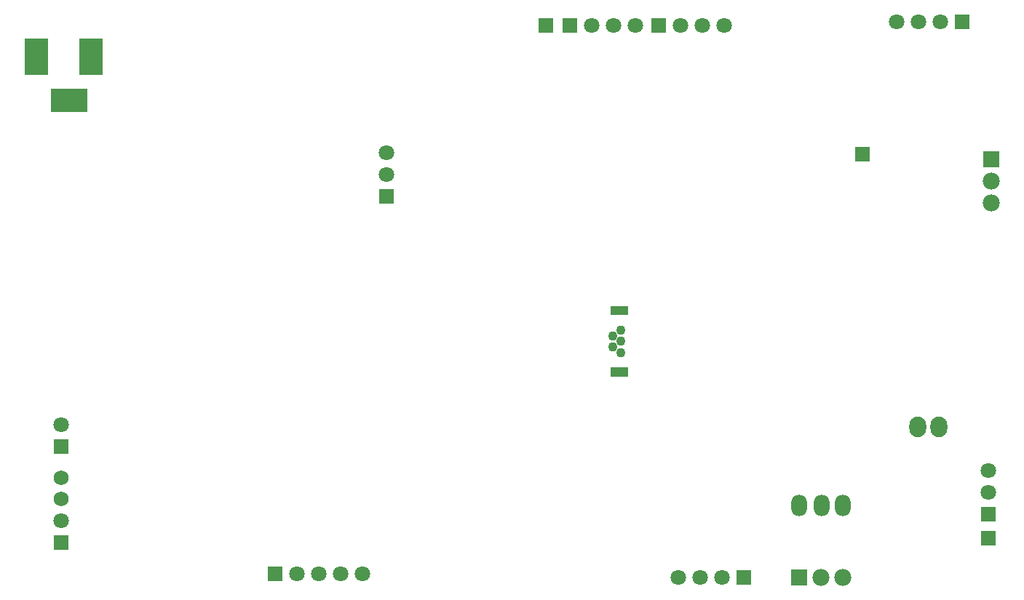
<source format=gbs>
G04*
G04 #@! TF.GenerationSoftware,Altium Limited,Altium Designer,21.0.8 (223)*
G04*
G04 Layer_Color=16711935*
%FSTAX24Y24*%
%MOIN*%
G70*
G04*
G04 #@! TF.SameCoordinates,1A30FD0F-2F50-4216-9531-F08C28C5B71E*
G04*
G04*
G04 #@! TF.FilePolarity,Negative*
G04*
G01*
G75*
%ADD88C,0.0680*%
%ADD89C,0.0710*%
%ADD90R,0.0710X0.0710*%
%ADD91R,0.1080X0.1680*%
%ADD92R,0.1680X0.1080*%
%ADD93R,0.0710X0.0710*%
%ADD94C,0.0434*%
%ADD95O,0.0730X0.0980*%
%ADD96O,0.0780X0.0940*%
%ADD97C,0.0780*%
%ADD98R,0.0780X0.0780*%
%ADD99R,0.0780X0.0780*%
G36*
X027346Y010446D02*
Y010859D01*
X028154D01*
Y010446D01*
X027346D01*
D02*
G37*
G36*
X027346Y013261D02*
Y013676D01*
X028154D01*
Y013261D01*
X027346D01*
D02*
G37*
D88*
X0022Y0058D02*
D03*
Y00485D02*
D03*
D89*
X016Y0014D02*
D03*
X015D02*
D03*
X014D02*
D03*
X013D02*
D03*
X03245Y00125D02*
D03*
X03145D02*
D03*
X03045D02*
D03*
X0022Y00385D02*
D03*
Y00825D02*
D03*
X0171Y0207D02*
D03*
Y0197D02*
D03*
X03255Y02655D02*
D03*
X03155D02*
D03*
X03055D02*
D03*
X0285D02*
D03*
X0275D02*
D03*
X0265D02*
D03*
X04045Y0267D02*
D03*
X04145D02*
D03*
X04245D02*
D03*
X04465Y00615D02*
D03*
Y00515D02*
D03*
D90*
X012Y0014D02*
D03*
X03345Y00125D02*
D03*
X02955Y02655D02*
D03*
X04465Y00305D02*
D03*
X0389Y02065D02*
D03*
X0255Y02655D02*
D03*
X04345Y0267D02*
D03*
D91*
X00355Y0251D02*
D03*
X00105D02*
D03*
D92*
X00255Y0231D02*
D03*
D93*
X0244Y02655D02*
D03*
X0022Y00285D02*
D03*
Y00725D02*
D03*
X0171Y0187D02*
D03*
X04465Y00415D02*
D03*
D94*
X027837Y012572D02*
D03*
X027443Y012317D02*
D03*
X027837Y012061D02*
D03*
X027443Y011805D02*
D03*
X027837Y011549D02*
D03*
D95*
X03799Y00455D02*
D03*
X03701D02*
D03*
X036D02*
D03*
D96*
X04141Y00815D02*
D03*
X0424D02*
D03*
D97*
X038Y00125D02*
D03*
X037D02*
D03*
X0448Y0184D02*
D03*
Y0194D02*
D03*
D98*
X036Y00125D02*
D03*
D99*
X0448Y0204D02*
D03*
M02*

</source>
